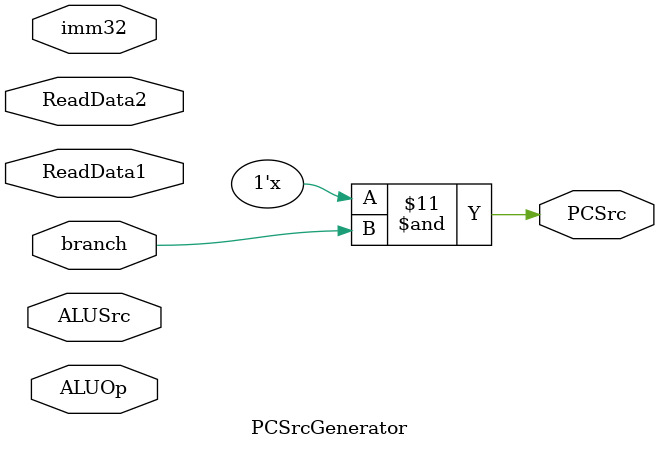
<source format=v>
`timescale 1ns / 1ps


module PCSrcGenerator(
    
    input [31:0] ReadData1, ReadData2, imm32,
    
    input [1:0] ALUSrc,
    
    input branch,
    
    input [5:0] ALUOp,
    
    output reg PCSrc
    
    );
    
    
    reg [31:0] B;
    reg [31:0] Result;
    reg zero;
    
    always @(*) begin
    
        if (ALUSrc == 2'b00) begin
            B <= ReadData2;
        end
        else begin
            B <= imm32;
        end
    
        case(ALUOp)
        
            6'b100010: begin // beq  
            Result <= (ReadData1 - B); end
            6'b001000: begin // bgez  
            Result <= (ReadData1 < 0); end
            6'b001001: begin // bne 
            Result <= (ReadData1 == B); end
            6'b001010: begin // blez
            Result <= (ReadData1 > 0); end
            6'b001011: begin // bltz
            Result <= (ReadData1 >= 1); end
            6'b001111: begin // bgtz  
            Result <= (ReadData1 <= 0); end
        
            default:begin
                Result <= 32'bX; end
        
        endcase
        
        zero <= (Result == 0) ? 1 : 0;
        
        PCSrc <= zero & branch;
    
    end
    
    
    
endmodule

</source>
